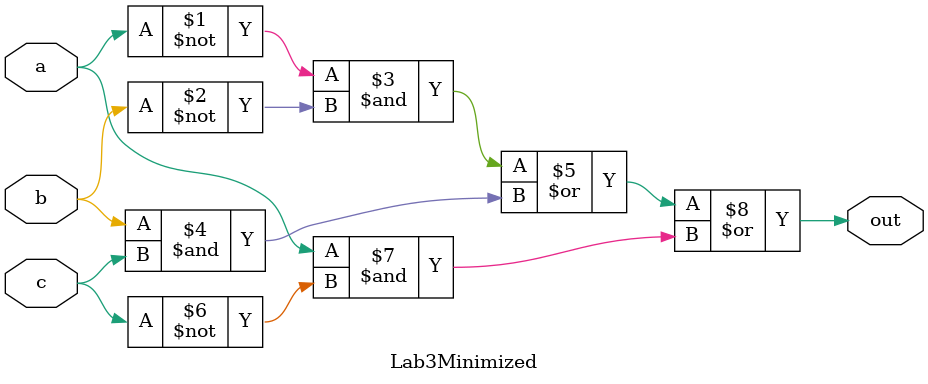
<source format=v>
module Lab3Minimized(
input a,
input b,
input c,
output out
);
	assign out = ~a&~b|b&c|a&~c;
endmodule

</source>
